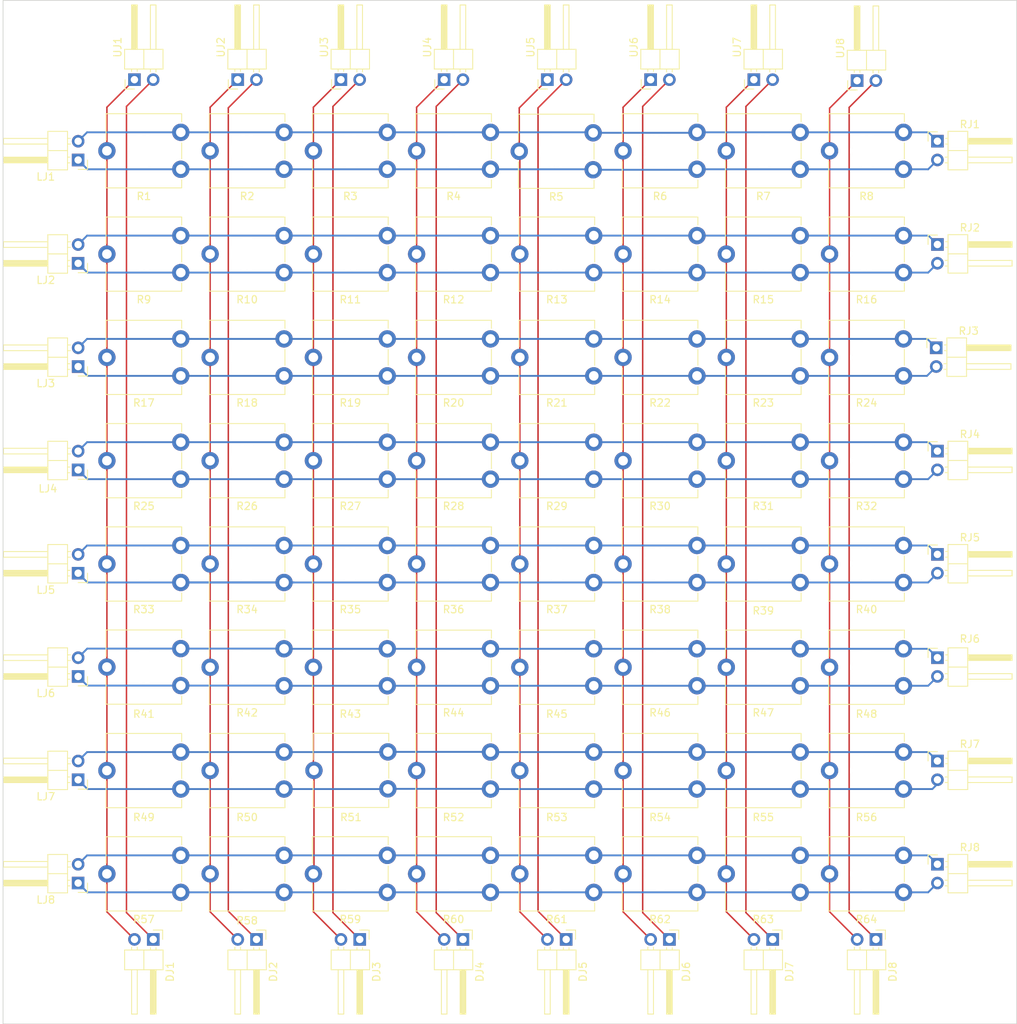
<source format=kicad_pcb>
(kicad_pcb (version 20211014) (generator pcbnew)
  (layers (0 "F.Cu" signal) (31 "B.Cu" signal) (34 "B.Paste" user) (35 "F.Paste" user) (36 "B.SilkS" user "B.Silkscreen") (37 "F.SilkS" user "F.Silkscreen") (38 "B.Mask" user) (39 "F.Mask" user) (44 "Edge.Cuts" user))
  (net 0 "")
  (net 1 "RN1")
  (net 2 "UP1")
  (net 3 "LP1")
  (net 4 "UP2")
  (net 5 "UP3")
  (net 6 "UP4")
  (net 7 "UP5")
  (net 8 "UP6")
  (net 9 "UP7")
  (net 10 "UP8")
  (net 11 "RN2")
  (net 12 "LP2")
  (net 13 "RN3")
  (net 14 "LP3")
  (net 15 "RN4")
  (net 16 "LP4")
  (net 17 "RN5")
  (net 18 "LP5")
  (net 19 "RN6")
  (net 20 "LP6")
  (net 21 "RN7")
  (net 22 "LP7")
  (net 23 "RN8")
  (net 24 "LP8")
  (net 25 "UN1")
  (net 26 "UN2")
  (net 27 "UN3")
  (net 28 "UN4")
  (net 29 "UN5")
  (net 30 "UN6")
  (net 31 "UN7")
  (net 32 "UN8")
  (footprint "Connector_PinHeader_2.54mm:PinHeader_1x02_P2.54mm_Horizontal" (layer "F.Cu") (at 99.055 38.665 90)
    (fp_text reference "UJ4")
    (fp_text value "Jack-DC")
  )
  (footprint "Potentiometer_THT:Potentiometer_ACP_CA9-V10_Vertical_Hole" (layer "F.Cu") (at 105.33 101.665 180)
    (fp_text reference "R36")
    (fp_text value "R_Potentiometer_Trim")
  )
  (footprint "Potentiometer_THT:Potentiometer_ACP_CA9-V10_Vertical_Hole" (layer "F.Cu") (at 105.33 129.605 180)
    (fp_text reference "R52")
    (fp_text value "R_Potentiometer_Trim")
  )
  (footprint "Potentiometer_THT:Potentiometer_ACP_CA9-V10_Vertical_Hole" (layer "F.Cu") (at 105.33 59.755 180)
    (fp_text reference "R12")
    (fp_text value "R_Potentiometer_Trim")
  )
  (footprint "Potentiometer_THT:Potentiometer_ACP_CA9-V10_Vertical_Hole" (layer "F.Cu") (at 119.3 73.725 180)
    (fp_text reference "R21")
    (fp_text value "R_Potentiometer_Trim")
  )
  (footprint "Potentiometer_THT:Potentiometer_ACP_CA9-V10_Vertical_Hole" (layer "F.Cu") (at 77.39 73.725 180)
    (fp_text reference "R18")
    (fp_text value "R_Potentiometer_Trim")
  )
  (footprint "Potentiometer_THT:Potentiometer_ACP_CA9-V10_Vertical_Hole" (layer "F.Cu") (at 77.39 143.575 180)
    (fp_text reference "R58")
    (fp_text value "R_Potentiometer_Trim")
  )
  (footprint "Potentiometer_THT:Potentiometer_ACP_CA9-V10_Vertical_Hole" (layer "F.Cu") (at 119.3 101.665 180)
    (fp_text reference "R37")
    (fp_text value "R_Potentiometer_Trim")
  )
  (footprint "Potentiometer_THT:Potentiometer_ACP_CA9-V10_Vertical_Hole" (layer "F.Cu") (at 77.39 101.665 180)
    (fp_text reference "R34")
    (fp_text value "R_Potentiometer_Trim")
  )
  (footprint "Potentiometer_THT:Potentiometer_ACP_CA9-V10_Vertical_Hole" (layer "F.Cu") (at 119.3 129.605 180)
    (fp_text reference "R53")
    (fp_text value "R_Potentiometer_Trim")
  )
  (footprint "Potentiometer_THT:Potentiometer_ACP_CA9-V10_Vertical_Hole" (layer "F.Cu") (at 77.39 115.635 180)
    (fp_text reference "R42")
    (fp_text value "R_Potentiometer_Trim")
  )
  (footprint "Potentiometer_THT:Potentiometer_ACP_CA9-V10_Vertical_Hole" (layer "F.Cu") (at 119.3 87.695 180)
    (fp_text reference "R29")
    (fp_text value "R_Potentiometer_Trim")
  )
  (footprint "Connector_PinHeader_2.54mm:PinHeader_1x02_P2.54mm_Horizontal" (layer "F.Cu") (at 49.53 119.38 180)
    (fp_text reference "LJ6")
    (fp_text value "Jack-DC")
  )
  (footprint "Potentiometer_THT:Potentiometer_ACP_CA9-V10_Vertical_Hole" (layer "F.Cu") (at 105.33 73.725 180)
    (fp_text reference "R20")
    (fp_text value "R_Potentiometer_Trim")
  )
  (footprint "Potentiometer_THT:Potentiometer_ACP_CA9-V10_Vertical_Hole" (layer "F.Cu") (at 147.24 115.635 180)
    (fp_text reference "R47")
    (fp_text value "R_Potentiometer_Trim")
  )
  (footprint "Potentiometer_THT:Potentiometer_ACP_CA9-V10_Vertical_Hole" (layer "F.Cu") (at 133.27 73.725 180)
    (fp_text reference "R22")
    (fp_text value "R_Potentiometer_Trim")
  )
  (footprint "Potentiometer_THT:Potentiometer_ACP_CA9-V10_Vertical_Hole" (layer "F.Cu") (at 105.33 45.785 180)
    (fp_text reference "R4")
    (fp_text value "R_Potentiometer_Trim")
  )
  (footprint "Connector_PinHeader_2.54mm:PinHeader_1x02_P2.54mm_Horizontal" (layer "F.Cu") (at 49.53 91.44 180)
    (fp_text reference "LJ4")
    (fp_text value "Jack-DC")
  )
  (footprint "Connector_PinHeader_2.54mm:PinHeader_1x02_P2.54mm_Horizontal" (layer "F.Cu") (at 129.54 154.94 -90)
    (fp_text reference "DJ6")
    (fp_text value "Jack-DC")
  )
  (footprint "Potentiometer_THT:Potentiometer_ACP_CA9-V10_Vertical_Hole" (layer "F.Cu") (at 63.42 73.725 180)
    (fp_text reference "R17")
    (fp_text value "R_Potentiometer_Trim")
  )
  (footprint "Potentiometer_THT:Potentiometer_ACP_CA9-V10_Vertical_Hole" (layer "F.Cu") (at 105.33 143.575 180)
    (fp_text reference "R60")
    (fp_text value "R_Potentiometer_Trim")
  )
  (footprint "Potentiometer_THT:Potentiometer_ACP_CA9-V10_Vertical_Hole" (layer "F.Cu") (at 147.24 59.755 180)
    (fp_text reference "R15")
    (fp_text value "R_Potentiometer_Trim")
  )
  (footprint "Potentiometer_THT:Potentiometer_ACP_CA9-V10_Vertical_Hole" (layer "F.Cu") (at 91.44 129.58 180)
    (fp_text reference "R51")
    (fp_text value "R_Potentiometer_Trim")
  )
  (footprint "Connector_PinHeader_2.54mm:PinHeader_1x02_P2.54mm_Horizontal" (layer "F.Cu") (at 115.57 154.94 -90)
    (fp_text reference "DJ5")
    (fp_text value "Jack-DC")
  )
  (footprint "Connector_PinHeader_2.54mm:PinHeader_1x02_P2.54mm_Horizontal" (layer "F.Cu") (at 143.51 154.94 -90)
    (fp_text reference "DJ7")
    (fp_text value "Jack-DC")
  )
  (footprint "Connector_PinHeader_2.54mm:PinHeader_1x02_P2.54mm_Horizontal" (layer "F.Cu") (at 49.53 77.47 180)
    (fp_text reference "LJ3")
    (fp_text value "Jack-DC")
  )
  (footprint "Connector_PinHeader_2.54mm:PinHeader_1x02_P2.54mm_Horizontal" (layer "F.Cu") (at 49.53 63.505 180)
    (fp_text reference "LJ2")
    (fp_text value "Jack-DC")
  )
  (footprint "Connector_PinHeader_2.54mm:PinHeader_1x02_P2.54mm_Horizontal" (layer "F.Cu") (at 87.635 154.94 -90)
    (fp_text reference "DJ3")
    (fp_text value "Jack-DC")
  )
  (footprint "Potentiometer_THT:Potentiometer_ACP_CA9-V10_Vertical_Hole" (layer "F.Cu") (at 147.24 73.725 180)
    (fp_text reference "R23")
    (fp_text value "R_Potentiometer_Trim")
  )
  (footprint "Potentiometer_THT:Potentiometer_ACP_CA9-V10_Vertical_Hole" (layer "F.Cu") (at 161.21 87.695 180)
    (fp_text reference "R32")
    (fp_text value "R_Potentiometer_Trim")
  )
  (footprint "Connector_PinHeader_2.54mm:PinHeader_1x02_P2.54mm_Horizontal" (layer "F.Cu") (at 140.965 38.665 90)
    (fp_text reference "UJ7")
    (fp_text value "Jack-DC")
  )
  (footprint "Potentiometer_THT:Potentiometer_ACP_CA9-V10_Vertical_Hole" (layer "F.Cu") (at 91.36 115.635 180)
    (fp_text reference "R43")
    (fp_text value "R_Potentiometer_Trim")
  )
  (footprint "Potentiometer_THT:Potentiometer_ACP_CA9-V10_Vertical_Hole" (layer "F.Cu") (at 63.42 87.695 180)
    (fp_text reference "R25")
    (fp_text value "R_Potentiometer_Trim")
  )
  (footprint "Potentiometer_THT:Potentiometer_ACP_CA9-V10_Vertical_Hole" (layer "F.Cu") (at 133.27 59.755 180)
    (fp_text reference "R14")
    (fp_text value "R_Potentiometer_Trim")
  )
  (footprint "Potentiometer_THT:Potentiometer_ACP_CA9-V10_Vertical_Hole" (layer "F.Cu") (at 147.24 87.695 180)
    (fp_text reference "R31")
    (fp_text value "R_Potentiometer_Trim")
  )
  (footprint "Potentiometer_THT:Potentiometer_ACP_CA9-V10_Vertical_Hole" (layer "F.Cu") (at 133.27 129.605 180)
    (fp_text reference "R54")
    (fp_text value "R_Potentiometer_Trim")
  )
  (footprint "Potentiometer_THT:Potentiometer_ACP_CA9-V10_Vertical_Hole" (layer "F.Cu") (at 133.27 115.635 180)
    (fp_text reference "R46")
    (fp_text value "R_Potentiometer_Trim")
  )
  (footprint "Potentiometer_THT:Potentiometer_ACP_CA9-V10_Vertical_Hole" (layer "F.Cu") (at 147.24 45.785 180)
    (fp_text reference "R7")
    (fp_text value "R_Potentiometer_Trim")
  )
  (footprint "Potentiometer_THT:Potentiometer_ACP_CA9-V10_Vertical_Hole" (layer "F.Cu") (at 77.39 87.695 180)
    (fp_text reference "R26")
    (fp_text value "R_Potentiometer_Trim")
  )
  (footprint "Potentiometer_THT:Potentiometer_ACP_CA9-V10_Vertical_Hole" (layer "F.Cu") (at 105.33 87.695 180)
    (fp_text reference "R28")
    (fp_text value "R_Potentiometer_Trim")
  )
  (footprint "Potentiometer_THT:Potentiometer_ACP_CA9-V10_Vertical_Hole" (layer "F.Cu") (at 63.42 59.755 180)
    (fp_text reference "R9")
    (fp_text value "R_Potentiometer_Trim")
  )
  (footprint "Potentiometer_THT:Potentiometer_ACP_CA9-V10_Vertical_Hole" (layer "F.Cu") (at 119.22 45.85 180)
    (fp_text reference "R5")
    (fp_text value "R_Potentiometer_Trim")
  )
  (footprint "Potentiometer_THT:Potentiometer_ACP_CA9-V10_Vertical_Hole" (layer "F.Cu") (at 63.42 143.575 180)
    (fp_text reference "R57")
    (fp_text value "R_Potentiometer_Trim")
  )
  (footprint "Potentiometer_THT:Potentiometer_ACP_CA9-V10_Vertical_Hole" (layer "F.Cu") (at 119.3 115.635 180)
    (fp_text reference "R45")
    (fp_text value "R_Potentiometer_Trim")
  )
  (footprint "Potentiometer_THT:Potentiometer_ACP_CA9-V10_Vertical_Hole" (layer "F.Cu") (at 91.36 101.665 180)
    (fp_text reference "R35")
    (fp_text value "R_Potentiometer_Trim")
  )
  (footprint "Potentiometer_THT:Potentiometer_ACP_CA9-V10_Vertical_Hole" (layer "F.Cu") (at 133.27 45.785 180)
    (fp_text reference "R6")
    (fp_text value "R_Potentiometer_Trim")
  )
  (footprint "Connector_PinHeader_2.54mm:PinHeader_1x02_P2.54mm_Horizontal" (layer "F.Cu") (at 49.53 105.41 180)
    (fp_text reference "LJ5")
    (fp_text value "Jack-DC")
  )
  (footprint "Connector_PinHeader_2.54mm:PinHeader_1x02_P2.54mm_Horizontal" (layer "F.Cu") (at 73.665 154.94 -90)
    (fp_text reference "DJ2")
    (fp_text value "Jack-DC")
  )
  (footprint "Connector_PinHeader_2.54mm:PinHeader_1x02_P2.54mm_Horizontal" (layer "F.Cu") (at 165.805 88.895)
    (fp_text reference "RJ4")
    (fp_text value "Jack-DC")
  )
  (footprint "Connector_PinHeader_2.54mm:PinHeader_1x02_P2.54mm_Horizontal" (layer "F.Cu") (at 49.53 133.35 180)
    (fp_text reference "LJ7")
    (fp_text value "Jack-DC")
  )
  (footprint "Potentiometer_THT:Potentiometer_ACP_CA9-V10_Vertical_Hole" (layer "F.Cu") (at 91.36 143.575 180)
    (fp_text reference "R59")
    (fp_text value "R_Potentiometer_Trim")
  )
  (footprint "Potentiometer_THT:Potentiometer_ACP_CA9-V10_Vertical_Hole" (layer "F.Cu") (at 161.21 143.575 180)
    (fp_text reference "R64")
    (fp_text value "R_Potentiometer_Trim")
  )
  (footprint "Potentiometer_THT:Potentiometer_ACP_CA9-V10_Vertical_Hole" (layer "F.Cu") (at 63.42 129.605 180)
    (fp_text reference "R49")
    (fp_text value "R_Potentiometer_Trim")
  )
  (footprint "Potentiometer_THT:Potentiometer_ACP_CA9-V10_Vertical_Hole" (layer "F.Cu") (at 63.42 45.785 180)
    (fp_text reference "R1")
    (fp_text value "R_Potentiometer_Trim")
  )
  (footprint "Potentiometer_THT:Potentiometer_ACP_CA9-V10_Vertical_Hole" (layer "F.Cu") (at 161.21 45.785 180)
    (fp_text reference "R8")
    (fp_text value "R_Potentiometer_Trim")
  )
  (footprint "Connector_PinHeader_2.54mm:PinHeader_1x02_P2.54mm_Horizontal" (layer "F.Cu") (at 165.805 46.985)
    (fp_text reference "RJ1")
    (fp_text value "Jack-DC")
  )
  (footprint "Connector_PinHeader_2.54mm:PinHeader_1x02_P2.54mm_Horizontal" (layer "F.Cu") (at 165.805 116.835)
    (fp_text reference "RJ6")
    (fp_text value "Jack-DC")
  )
  (footprint "Connector_PinHeader_2.54mm:PinHeader_1x02_P2.54mm_Horizontal" (layer "F.Cu") (at 165.805 144.775)
    (fp_text reference "RJ8")
    (fp_text value "Jack-DC")
  )
  (footprint "Potentiometer_THT:Potentiometer_ACP_CA9-V10_Vertical_Hole" (layer "F.Cu") (at 133.27 87.695 180)
    (fp_text reference "R30")
    (fp_text value "R_Potentiometer_Trim")
  )
  (footprint "Connector_PinHeader_2.54mm:PinHeader_1x02_P2.54mm_Horizontal" (layer "F.Cu") (at 59.69 154.94 -90)
    (fp_text reference "DJ1")
    (fp_text value "Jack-DC")
  )
  (footprint "Potentiometer_THT:Potentiometer_ACP_CA9-V10_Vertical_Hole" (layer "F.Cu") (at 147.24 101.665 180)
    (fp_text reference "R39")
    (fp_text value "R_Potentiometer_Trim")
  )
  (footprint "Potentiometer_THT:Potentiometer_ACP_CA9-V10_Vertical_Hole" (layer "F.Cu") (at 161.21 59.755 180)
    (fp_text reference "R16")
    (fp_text value "R_Potentiometer_Trim")
  )
  (footprint "Connector_PinHeader_2.54mm:PinHeader_1x02_P2.54mm_Horizontal" (layer "F.Cu") (at 154.935 38.795 90)
    (fp_text reference "UJ8")
    (fp_text value "Jack-DC")
  )
  (footprint "Potentiometer_THT:Potentiometer_ACP_CA9-V10_Vertical_Hole" (layer "F.Cu") (at 161.21 101.665 180)
    (fp_text reference "R40")
    (fp_text value "R_Potentiometer_Trim")
  )
  (footprint "Connector_PinHeader_2.54mm:PinHeader_1x02_P2.54mm_Horizontal" (layer "F.Cu") (at 49.53 147.32 180)
    (fp_text reference "LJ8")
    (fp_text value "Jack-DC")
  )
  (footprint "Potentiometer_THT:Potentiometer_ACP_CA9-V10_Vertical_Hole" (layer "F.Cu") (at 91.36 59.755 180)
    (fp_text reference "R11")
    (fp_text value "R_Potentiometer_Trim")
  )
  (footprint "Potentiometer_THT:Potentiometer_ACP_CA9-V10_Vertical_Hole" (layer "F.Cu") (at 161.21 73.725 180)
    (fp_text reference "R24")
    (fp_text value "R_Potentiometer_Trim")
  )
  (footprint "Potentiometer_THT:Potentiometer_ACP_CA9-V10_Vertical_Hole" (layer "F.Cu") (at 133.27 101.665 180)
    (fp_text reference "R38")
    (fp_text value "R_Potentiometer_Trim")
  )
  (footprint "Potentiometer_THT:Potentiometer_ACP_CA9-V10_Vertical_Hole" (layer "F.Cu") (at 63.42 115.61 180)
    (fp_text reference "R41")
    (fp_text value "R_Potentiometer_Trim")
  )
  (footprint "Connector_PinHeader_2.54mm:PinHeader_1x02_P2.54mm_Horizontal" (layer "F.Cu") (at 71.115 38.665 90)
    (fp_text reference "UJ2")
    (fp_text value "Jack-DC")
  )
  (footprint "Connector_PinHeader_2.54mm:PinHeader_1x02_P2.54mm_Horizontal" (layer "F.Cu") (at 165.805 102.865)
    (fp_text reference "RJ5")
    (fp_text value "Jack-DC")
  )
  (footprint "Connector_PinHeader_2.54mm:PinHeader_1x02_P2.54mm_Horizontal" (layer "F.Cu") (at 85.085 38.665 90)
    (fp_text reference "UJ3")
    (fp_text value "Jack-DC")
  )
  (footprint "Potentiometer_THT:Potentiometer_ACP_CA9-V10_Vertical_Hole" (layer "F.Cu") (at 105.33 115.635 180)
    (fp_text reference "R44")
    (fp_text value "R_Potentiometer_Trim")
  )
  (footprint "Connector_PinHeader_2.54mm:PinHeader_1x02_P2.54mm_Horizontal" (layer "F.Cu") (at 49.53 49.53 180)
    (fp_text reference "LJ1")
    (fp_text value "Jack-DC")
  )
  (footprint "Potentiometer_THT:Potentiometer_ACP_CA9-V10_Vertical_Hole" (layer "F.Cu") (at 161.21 115.635 180)
    (fp_text reference "R48")
    (fp_text value "R_Potentiometer_Trim")
  )
  (footprint "Potentiometer_THT:Potentiometer_ACP_CA9-V10_Vertical_Hole" (layer "F.Cu") (at 91.36 45.785 180)
    (fp_text reference "R3")
    (fp_text value "R_Potentiometer_Trim")
  )
  (footprint "Potentiometer_THT:Potentiometer_ACP_CA9-V10_Vertical_Hole" (layer "F.Cu") (at 119.3 59.755 180)
    (fp_text reference "R13")
    (fp_text value "R_Potentiometer_Trim")
  )
  (footprint "Connector_PinHeader_2.54mm:PinHeader_1x02_P2.54mm_Horizontal" (layer "F.Cu") (at 165.645 74.925)
    (fp_text reference "RJ3")
    (fp_text value "Jack-DC")
  )
  (footprint "Connector_PinHeader_2.54mm:PinHeader_1x02_P2.54mm_Horizontal" (layer "F.Cu") (at 157.485 154.94 -90)
    (fp_text reference "DJ8")
    (fp_text value "Jack-DC")
  )
  (footprint "Potentiometer_THT:Potentiometer_ACP_CA9-V10_Vertical_Hole" (layer "F.Cu") (at 77.39 45.785 180)
    (fp_text reference "R2")
    (fp_text value "R_Potentiometer_Trim")
  )
  (footprint "Connector_PinHeader_2.54mm:PinHeader_1x02_P2.54mm_Horizontal" (layer "F.Cu") (at 165.805 60.955)
    (fp_text reference "RJ2")
    (fp_text value "Jack-DC")
  )
  (footprint "Potentiometer_THT:Potentiometer_ACP_CA9-V10_Vertical_Hole" (layer "F.Cu") (at 77.39 59.755 180)
    (fp_text reference "R10")
    (fp_text value "R_Potentiometer_Trim")
  )
  (footprint "Potentiometer_THT:Potentiometer_ACP_CA9-V10_Vertical_Hole" (layer "F.Cu") (at 91.36 87.695 180)
    (fp_text reference "R27")
    (fp_text value "R_Potentiometer_Trim")
  )
  (footprint "Connector_PinHeader_2.54mm:PinHeader_1x02_P2.54mm_Horizontal" (layer "F.Cu") (at 113.025 38.665 90)
    (fp_text reference "UJ5")
    (fp_text value "Jack-DC")
  )
  (footprint "Connector_PinHeader_2.54mm:PinHeader_1x02_P2.54mm_Horizontal" (layer "F.Cu") (at 101.6 154.94 -90)
    (fp_text reference "DJ4")
    (fp_text value "Jack-DC")
  )
  (footprint "Potentiometer_THT:Potentiometer_ACP_CA9-V10_Vertical_Hole" (layer "F.Cu") (at 119.3 143.575 180)
    (fp_text reference "R61")
    (fp_text value "R_Potentiometer_Trim")
  )
  (footprint "Connector_PinHeader_2.54mm:PinHeader_1x02_P2.54mm_Horizontal" (layer "F.Cu") (at 57.145 38.665 90)
    (fp_text reference "UJ1")
    (fp_text value "Jack-DC")
  )
  (footprint "Potentiometer_THT:Potentiometer_ACP_CA9-V10_Vertical_Hole" (layer "F.Cu") (at 147.24 143.575 180)
    (fp_text reference "R63")
    (fp_text value "R_Potentiometer_Trim")
  )
  (footprint "Potentiometer_THT:Potentiometer_ACP_CA9-V10_Vertical_Hole" (layer "F.Cu") (at 161.21 129.605 180)
    (fp_text reference "R56")
    (fp_text value "R_Potentiometer_Trim")
  )
  (footprint "Potentiometer_THT:Potentiometer_ACP_CA9-V10_Vertical_Hole" (layer "F.Cu") (at 133.27 143.575 180)
    (fp_text reference "R62")
    (fp_text value "R_Potentiometer_Trim")
  )
  (footprint "Potentiometer_THT:Potentiometer_ACP_CA9-V10_Vertical_Hole" (layer "F.Cu") (at 63.42 101.665 180)
    (fp_text reference "R33")
    (fp_text value "R_Potentiometer_Trim")
  )
  (footprint "Connector_PinHeader_2.54mm:PinHeader_1x02_P2.54mm_Horizontal" (layer "F.Cu") (at 126.995 38.665 90)
    (fp_text reference "UJ6")
    (fp_text value "Jack-DC")
  )
  (footprint "Potentiometer_THT:Potentiometer_ACP_CA9-V10_Vertical_Hole" (layer "F.Cu") (at 77.39 129.605 180)
    (fp_text reference "R50")
    (fp_text value "R_Potentiometer_Trim")
  )
  (footprint "Potentiometer_THT:Potentiometer_ACP_CA9-V10_Vertical_Hole" (layer "F.Cu") (at 147.24 129.605 180)
    (fp_text reference "R55")
    (fp_text value "R_Potentiometer_Trim")
  )
  (footprint "Connector_PinHeader_2.54mm:PinHeader_1x02_P2.54mm_Horizontal" (layer "F.Cu") (at 165.805 130.805)
    (fp_text reference "RJ7")
    (fp_text value "Jack-DC")
  )
  (footprint "Potentiometer_THT:Potentiometer_ACP_CA9-V10_Vertical_Hole" (layer "F.Cu") (at 91.36 73.725 180)
    (fp_text reference "R19")
    (fp_text value "R_Potentiometer_Trim")
  )
  (gr_rect (start 39.37 27.94) (end 176.53 166.37) (layer "Edge.Cuts") (width 0.1) (fill none))
  (segment (start 63.42 45.785) (end 77.39 45.785) (width 0.25) (layer "B.Cu") (net 1))
  (segment (start 133.27 45.785) (end 147.24 45.785) (width 0.25) (layer "B.Cu") (net 1))
  (segment (start 147.24 45.785) (end 161.21 45.785) (width 0.25) (layer "B.Cu") (net 1))
  (segment (start 105.33 45.785) (end 119.155 45.785) (width 0.25) (layer "B.Cu") (net 1))
  (segment (start 119.155 45.785) (end 119.22 45.85) (width 0.25) (layer "B.Cu") (net 1))
  (segment (start 133.205 45.85) (end 133.27 45.785) (width 0.25) (layer "B.Cu") (net 1))
  (segment (start 49.53 46.99) (end 50.735 45.785) (width 0.25) (layer "B.Cu") (net 1))
  (segment (start 50.735 45.785) (end 63.42 45.785) (width 0.25) (layer "B.Cu") (net 1))
  (segment (start 91.36 45.785) (end 105.33 45.785) (width 0.25) (layer "B.Cu") (net 1))
  (segment (start 161.21 45.785) (end 164.6 45.785) (width 0.25) (layer "B.Cu") (net 1))
  (segment (start 77.39 45.785) (end 91.36 45.785) (width 0.25) (layer "B.Cu") (net 1))
  (segment (start 164.6 45.785) (end 165.805 46.99) (width 0.25) (layer "B.Cu") (net 1))
  (segment (start 119.22 45.85) (end 133.205 45.85) (width 0.25) (layer "B.Cu") (net 1))
  (segment (start 53.42 42.395) (end 57.15 38.665) (width 0.2) (layer "F.Cu") (net 2))
  (segment (start 53.42 132.105) (end 53.42 146.075) (width 0.2) (layer "F.Cu") (net 2))
  (segment (start 53.42 48.285) (end 53.42 62.255) (width 0.2) (layer "F.Cu") (net 2))
  (segment (start 57.15 154.94) (end 53.42 151.21) (width 0.2) (layer "F.Cu") (net 2))
  (segment (start 53.42 118.11) (end 53.42 132.105) (width 0.2) (layer "F.Cu") (net 2))
  (segment (start 53.42 118.11) (end 53.42 104.165) (width 0.2) (layer "F.Cu") (net 2))
  (segment (start 53.42 48.285) (end 53.42 42.395) (width 0.2) (layer "F.Cu") (net 2))
  (segment (start 53.42 90.195) (end 53.42 76.225) (width 0.2) (layer "F.Cu") (net 2))
  (segment (start 53.42 76.225) (end 53.42 62.255) (width 0.2) (layer "F.Cu") (net 2))
  (segment (start 53.42 104.165) (end 53.42 90.195) (width 0.2) (layer "F.Cu") (net 2))
  (segment (start 53.42 151.21) (end 53.42 146.075) (width 0.2) (layer "F.Cu") (net 2))
  (segment (start 91.36 50.785) (end 105.33 50.785) (width 0.25) (layer "B.Cu") (net 3))
  (segment (start 50.785 50.785) (end 63.42 50.785) (width 0.25) (layer "B.Cu") (net 3))
  (segment (start 133.27 50.785) (end 147.24 50.785) (width 0.25) (layer "B.Cu") (net 3))
  (segment (start 164.55 50.785) (end 165.805 49.53) (width 0.25) (layer "B.Cu") (net 3))
  (segment (start 105.33 50.785) (end 119.155 50.785) (width 0.25) (layer "B.Cu") (net 3))
  (segment (start 161.21 50.785) (end 164.55 50.785) (width 0.25) (layer "B.Cu") (net 3))
  (segment (start 119.155 50.785) (end 119.22 50.85) (width 0.25) (layer "B.Cu") (net 3))
  (segment (start 119.22 50.85) (end 133.205 50.85) (width 0.25) (layer "B.Cu") (net 3))
  (segment (start 133.205 50.85) (end 133.27 50.785) (width 0.25) (layer "B.Cu") (net 3))
  (segment (start 63.42 50.785) (end 77.39 50.785) (width 0.25) (layer "B.Cu") (net 3))
  (segment (start 147.24 50.785) (end 161.21 50.785) (width 0.25) (layer "B.Cu") (net 3))
  (segment (start 77.39 50.785) (end 91.36 50.785) (width 0.25) (layer "B.Cu") (net 3))
  (segment (start 49.53 49.53) (end 50.785 50.785) (width 0.25) (layer "B.Cu") (net 3))
  (segment (start 67.39 146.075) (end 67.39 132.105) (width 0.2) (layer "F.Cu") (net 4))
  (segment (start 67.39 118.135) (end 67.39 104.165) (width 0.2) (layer "F.Cu") (net 4))
  (segment (start 67.39 48.285) (end 67.39 42.395) (width 0.2) (layer "F.Cu") (net 4))
  (segment (start 67.39 90.195) (end 67.39 76.225) (width 0.2) (layer "F.Cu") (net 4))
  (segment (start 67.39 48.285) (end 67.39 62.255) (width 0.2) (layer "F.Cu") (net 4))
  (segment (start 67.39 62.255) (end 67.39 76.225) (width 0.2) (layer "F.Cu") (net 4))
  (segment (start 67.39 146.075) (end 67.39 151.205) (width 0.2) (layer "F.Cu") (net 4))
  (segment (start 67.39 104.165) (end 67.39 90.195) (width 0.2) (layer "F.Cu") (net 4))
  (segment (start 67.39 132.105) (end 67.39 118.135) (width 0.2) (layer "F.Cu") (net 4))
  (segment (start 67.39 42.395) (end 71.12 38.665) (width 0.2) (layer "F.Cu") (net 4))
  (segment (start 67.39 151.205) (end 71.125 154.94) (width 0.2) (layer "F.Cu") (net 4))
  (segment (start 81.36 104.165) (end 81.36 118.135) (width 0.2) (layer "F.Cu") (net 5))
  (segment (start 81.44 145.995) (end 81.36 146.075) (width 0.2) (layer "F.Cu") (net 5))
  (segment (start 81.36 90.195) (end 81.36 104.165) (width 0.2) (layer "F.Cu") (net 5))
  (segment (start 81.44 132.08) (end 81.44 145.995) (width 0.2) (layer "F.Cu") (net 5))
  (segment (start 81.36 62.255) (end 81.36 76.225) (width 0.2) (layer "F.Cu") (net 5))
  (segment (start 81.36 48.285) (end 81.36 42.395) (width 0.2) (layer "F.Cu") (net 5))
  (segment (start 81.36 146.075) (end 81.36 151.205) (width 0.2) (layer "F.Cu") (net 5))
  (segment (start 81.36 48.285) (end 81.36 62.255) (width 0.2) (layer "F.Cu") (net 5))
  (segment (start 81.36 132) (end 81.44 132.08) (width 0.2) (layer "F.Cu") (net 5))
  (segment (start 81.36 151.205) (end 85.095 154.94) (width 0.2) (layer "F.Cu") (net 5))
  (segment (start 81.36 42.395) (end 85.09 38.665) (width 0.2) (layer "F.Cu") (net 5))
  (segment (start 81.36 118.135) (end 81.36 132) (width 0.2) (layer "F.Cu") (net 5))
  (segment (start 81.36 76.225) (end 81.36 90.195) (width 0.2) (layer "F.Cu") (net 5))
  (segment (start 95.33 132.105) (end 95.33 118.135) (width 0.2) (layer "F.Cu") (net 6))
  (segment (start 95.33 62.255) (end 95.33 48.285) (width 0.2) (layer "F.Cu") (net 6))
  (segment (start 95.33 76.225) (end 95.33 62.255) (width 0.2) (layer "F.Cu") (net 6))
  (segment (start 95.33 151.21) (end 99.06 154.94) (width 0.2) (layer "F.Cu") (net 6))
  (segment (start 95.33 146.075) (end 95.33 151.21) (width 0.2) (layer "F.Cu") (net 6))
  (segment (start 95.33 42.395) (end 99.06 38.665) (width 0.2) (layer "F.Cu") (net 6))
  (segment (start 95.33 90.195) (end 95.33 104.165) (width 0.2) (layer "F.Cu") (net 6))
  (segment (start 95.33 118.135) (end 95.33 104.165) (width 0.2) (layer "F.Cu") (net 6))
  (segment (start 95.33 48.285) (end 95.33 42.395) (width 0.2) (layer "F.Cu") (net 6))
  (segment (start 95.33 90.195) (end 95.33 76.225) (width 0.2) (layer "F.Cu") (net 6))
  (segment (start 95.33 146.075) (end 95.33 132.105) (width 0.2) (layer "F.Cu") (net 6))
  (segment (start 109.3 48.43) (end 109.22 48.35) (width 0.2) (layer "F.Cu") (net 7))
  (segment (start 109.22 42.48) (end 113.035 38.665) (width 0.2) (layer "F.Cu") (net 7))
  (segment (start 109.3 62.255) (end 109.3 76.225) (width 0.2) (layer "F.Cu") (net 7))
  (segment (start 109.3 146.075) (end 109.3 151.21) (width 0.2) (layer "F.Cu") (net 7))
  (segment (start 109.3 62.255) (end 109.3 48.43) (width 0.2) (layer "F.Cu") (net 7))
  (segment (start 109.3 151.21) (end 113.03 154.94) (width 0.2) (layer "F.Cu") (net 7))
  (segment (start 109.3 132.105) (end 109.3 146.075) (width 0.2) (layer "F.Cu") (net 7))
  (segment (start 109.3 90.195) (end 109.3 76.225) (width 0.2) (layer "F.Cu") (net 7))
  (segment (start 109.3 118.135) (end 109.3 132.105) (width 0.2) (layer "F.Cu") (net 7))
  (segment (start 109.3 104.165) (end 109.3 118.135) (width 0.2) (layer "F.Cu") (net 7))
  (segment (start 109.3 104.165) (end 109.3 90.195) (width 0.2) (layer "F.Cu") (net 7))
  (segment (start 109.22 48.35) (end 109.22 42.48) (width 0.2) (layer "F.Cu") (net 7))
  (segment (start 123.27 104.165) (end 123.27 118.135) (width 0.2) (layer "F.Cu") (net 8))
  (segment (start 123.27 48.285) (end 123.27 62.255) (width 0.2) (layer "F.Cu") (net 8))
  (segment (start 123.27 90.195) (end 123.27 104.165) (width 0.2) (layer "F.Cu") (net 8))
  (segment (start 123.27 118.135) (end 123.27 132.105) (width 0.2) (layer "F.Cu") (net 8))
  (segment (start 123.27 146.075) (end 123.27 151.21) (width 0.2) (layer "F.Cu") (net 8))
  (segment (start 123.27 42.395) (end 127 38.665) (width 0.2) (layer "F.Cu") (net 8))
  (segment (start 123.27 151.21) (end 127 154.94) (width 0.2) (layer "F.Cu") (net 8))
  (segment (start 123.27 146.075) (end 123.27 132.105) (width 0.2) (layer "F.Cu") (net 8))
  (segment (start 123.27 48.285) (end 123.27 42.395) (width 0.2) (layer "F.Cu") (net 8))
  (segment (start 123.27 62.255) (end 123.27 76.225) (width 0.2) (layer "F.Cu") (net 8))
  (segment (start 123.27 76.225) (end 123.27 90.195) (width 0.2) (layer "F.Cu") (net 8))
  (segment (start 137.24 104.165) (end 137.24 118.135) (width 0.2) (layer "F.Cu") (net 9))
  (segment (start 137.24 76.225) (end 137.24 62.255) (width 0.2) (layer "F.Cu") (net 9))
  (segment (start 137.24 48.285) (end 137.24 42.395) (width 0.2) (layer "F.Cu") (net 9))
  (segment (start 137.24 132.105) (end 137.24 146.075) (width 0.2) (layer "F.Cu") (net 9))
  (segment (start 137.24 90.195) (end 137.24 76.225) (width 0.2) (layer "F.Cu") (net 9))
  (segment (start 137.24 118.135) (end 137.24 132.105) (width 0.2) (layer "F.Cu") (net 9))
  (segment (start 137.24 42.395) (end 140.97 38.665) (width 0.2) (layer "F.Cu") (net 9))
  (segment (start 137.24 151.21) (end 140.97 154.94) (width 0.2) (layer "F.Cu") (net 9))
  (segment (start 137.24 146.075) (end 137.24 151.21) (width 0.2) (layer "F.Cu") (net 9))
  (segment (start 137.24 48.285) (end 137.24 62.255) (width 0.2) (layer "F.Cu") (net 9))
  (segment (start 137.24 104.165) (end 137.24 90.195) (width 0.2) (layer "F.Cu") (net 9))
  (segment (start 151.21 151.205) (end 154.945 154.94) (width 0.2) (layer "F.Cu") (net 10))
  (segment (start 151.21 118.135) (end 151.21 104.165) (width 0.2) (layer "F.Cu") (net 10))
  (segment (start 151.21 62.255) (end 151.21 76.225) (width 0.2) (layer "F.Cu") (net 10))
  (segment (start 151.21 146.075) (end 151.21 132.105) (width 0.2) (layer "F.Cu") (net 10))
  (segment (start 151.21 146.075) (end 151.21 151.205) (width 0.2) (layer "F.Cu") (net 10))
  (segment (start 151.21 90.195) (end 151.21 104.165) (width 0.2) (layer "F.Cu") (net 10))
  (segment (start 151.21 42.525) (end 154.94 38.795) (width 0.2) (layer "F.Cu") (net 10))
  (segment (start 151.21 76.225) (end 151.21 90.195) (width 0.2) (layer "F.Cu") (net 10))
  (segment (start 151.21 48.285) (end 151.21 42.525) (width 0.2) (layer "F.Cu") (net 10))
  (segment (start 151.21 132.105) (end 151.21 118.135) (width 0.2) (layer "F.Cu") (net 10))
  (segment (start 151.21 48.285) (end 151.21 62.255) (width 0.2) (layer "F.Cu") (net 10))
  (segment (start 77.39 59.755) (end 91.36 59.755) (width 0.25) (layer "B.Cu") (net 11))
  (segment (start 164.595 59.755) (end 165.805 60.965) (width 0.25) (layer "B.Cu") (net 11))
  (segment (start 105.33 59.755) (end 119.3 59.755) (width 0.25) (layer "B.Cu") (net 11))
  (segment (start 91.36 59.755) (end 105.33 59.755) (width 0.25) (layer "B.Cu") (net 11))
  (segment (start 133.27 59.755) (end 147.24 59.755) (width 0.25) (layer "B.Cu") (net 11))
  (segment (start 147.24 59.755) (end 161.21 59.755) (width 0.25) (layer "B.Cu") (net 11))
  (segment (start 161.21 59.755) (end 164.595 59.755) (width 0.25) (layer "B.Cu") (net 11))
  (segment (start 119.3 59.755) (end 133.27 59.755) (width 0.25) (layer "B.Cu") (net 11))
  (segment (start 50.74 59.755) (end 49.53 60.965) (width 0.25) (layer "B.Cu") (net 11))
  (segment (start 63.42 59.755) (end 50.74 59.755) (width 0.25) (layer "B.Cu") (net 11))
  (segment (start 63.42 59.755) (end 77.39 59.755) (width 0.25) (layer "B.Cu") (net 11))
  (segment (start 164.555 64.755) (end 165.805 63.505) (width 0.25) (layer "B.Cu") (net 12))
  (segment (start 105.33 64.755) (end 91.36 64.755) (width 0.25) (layer "B.Cu") (net 12))
  (segment (start 161.21 64.755) (end 164.555 64.755) (width 0.25) (layer "B.Cu") (net 12))
  (segment (start 50.78 64.755) (end 49.53 63.505) (width 0.25) (layer "B.Cu") (net 12))
  (segment (start 63.42 64.755) (end 50.78 64.755) (width 0.25) (layer "B.Cu") (net 12))
  (segment (start 161.21 64.755) (end 147.24 64.755) (width 0.25) (layer "B.Cu") (net 12))
  (segment (start 133.27 64.755) (end 119.3 64.755) (width 0.25) (layer "B.Cu") (net 12))
  (segment (start 119.3 64.755) (end 105.33 64.755) (width 0.25) (layer "B.Cu") (net 12))
  (segment (start 91.36 64.755) (end 77.39 64.755) (width 0.25) (layer "B.Cu") (net 12))
  (segment (start 147.24 64.755) (end 133.27 64.755) (width 0.25) (layer "B.Cu") (net 12))
  (segment (start 77.39 64.755) (end 63.42 64.755) (width 0.25) (layer "B.Cu") (net 12))
  (segment (start 147.24 73.725) (end 161.21 73.725) (width 0.25) (layer "B.Cu") (net 13))
  (segment (start 77.39 73.725) (end 91.36 73.725) (width 0.25) (layer "B.Cu") (net 13))
  (segment (start 161.21 73.725) (end 164.435 73.725) (width 0.25) (layer "B.Cu") (net 13))
  (segment (start 133.27 73.725) (end 119.3 73.725) (width 0.25) (layer "B.Cu") (net 13))
  (segment (start 105.33 73.725) (end 91.36 73.725) (width 0.25) (layer "B.Cu") (net 13))
  (segment (start 164.435 73.725) (end 165.645 74.935) (width 0.25) (layer "B.Cu") (net 13))
  (segment (start 133.27 73.725) (end 147.24 73.725) (width 0.25) (layer "B.Cu") (net 13))
  (segment (start 119.3 73.725) (end 105.33 73.725) (width 0.25) (layer "B.Cu") (net 13))
  (segment (start 63.42 73.725) (end 77.39 73.725) (width 0.25) (layer "B.Cu") (net 13))
  (segment (start 50.735 73.725) (end 63.42 73.725) (width 0.25) (layer "B.Cu") (net 13))
  (segment (start 49.53 74.93) (end 50.735 73.725) (width 0.25) (layer "B.Cu") (net 13))
  (segment (start 161.21 78.725) (end 147.24 78.725) (width 0.25) (layer "B.Cu") (net 14))
  (segment (start 147.24 78.725) (end 133.27 78.725) (width 0.25) (layer "B.Cu") (net 14))
  (segment (start 119.3 78.725) (end 105.33 78.725) (width 0.25) (layer "B.Cu") (net 14))
  (segment (start 119.3 78.725) (end 133.27 78.725) (width 0.25) (layer "B.Cu") (net 14))
  (segment (start 49.53 77.47) (end 50.785 78.725) (width 0.25) (layer "B.Cu") (net 14))
  (segment (start 105.33 78.725) (end 91.36 78.725) (width 0.25) (layer "B.Cu") (net 14))
  (segment (start 164.395 78.725) (end 165.645 77.475) (width 0.25) (layer "B.Cu") (net 14))
  (segment (start 161.21 78.725) (end 164.395 78.725) (width 0.25) (layer "B.Cu") (net 14))
  (segment (start 77.39 78.725) (end 91.36 78.725) (width 0.25) (layer "B.Cu") (net 14))
  (segment (start 50.785 78.725) (end 63.42 78.725) (width 0.25) (layer "B.Cu") (net 14))
  (segment (start 63.42 78.725) (end 77.39 78.725) (width 0.25) (layer "B.Cu") (net 14))
  (segment (start 105.33 87.695) (end 91.36 87.695) (width 0.25) (layer "B.Cu") (net 15))
  (segment (start 147.24 87.695) (end 133.27 87.695) (width 0.25) (layer "B.Cu") (net 15))
  (segment (start 77.39 87.695) (end 91.36 87.695) (width 0.25) (layer "B.Cu") (net 15))
  (segment (start 164.605 87.695) (end 165.805 88.895) (width 0.25) (layer "B.Cu") (net 15))
  (segment (start 105.33 87.695) (end 119.3 87.695) (width 0.25) (layer "B.Cu") (net 15))
  (segment (start 63.42 87.695) (end 77.39 87.695) (width 0.25) (layer "B.Cu") (net 15))
  (segment (start 119.3 87.695) (end 133.27 87.695) (width 0.25) (layer "B.Cu") (net 15))
  (segment (start 161.21 87.695) (end 164.605 87.695) (width 0.25) (layer "B.Cu") (net 15))
  (segment (start 50.735 87.695) (end 63.42 87.695) (width 0.25) (layer "B.Cu") (net 15))
  (segment (start 49.53 88.9) (end 50.735 87.695) (width 0.25) (layer "B.Cu") (net 15))
  (segment (start 147.24 87.695) (end 161.21 87.695) (width 0.25) (layer "B.Cu") (net 15))
  (segment (start 63.42 92.695) (end 77.39 92.695) (width 0.25) (layer "B.Cu") (net 16))
  (segment (start 91.36 92.695) (end 105.33 92.695) (width 0.25) (layer "B.Cu") (net 16))
  (segment (start 77.39 92.695) (end 91.36 92.695) (width 0.25) (layer "B.Cu") (net 16))
  (segment (start 133.27 92.695) (end 147.24 92.695) (width 0.25) (layer "B.Cu") (net 16))
  (segment (start 164.545 92.695) (end 165.805 91.435) (width 0.25) (layer "B.Cu") (net 16))
  (segment (start 161.21 92.695) (end 164.545 92.695) (width 0.25) (layer "B.Cu") (net 16))
  (segment (start 105.33 92.695) (end 119.3 92.695) (width 0.25) (layer "B.Cu") (net 16))
  (segment (start 147.24 92.695) (end 161.21 92.695) (width 0.25) (layer "B.Cu") (net 16))
  (segment (start 50.785 92.695) (end 63.42 92.695) (width 0.25) (layer "B.Cu") (net 16))
  (segment (start 119.3 92.695) (end 133.27 92.695) (width 0.25) (layer "B.Cu") (net 16))
  (segment (start 49.53 91.44) (end 50.785 92.695) (width 0.25) (layer "B.Cu") (net 16))
  (segment (start 49.53 102.87) (end 50.735 101.665) (width 0.25) (layer "B.Cu") (net 17))
  (segment (start 119.3 101.665) (end 105.33 101.665) (width 0.25) (layer "B.Cu") (net 17))
  (segment (start 161.21 101.665) (end 147.24 101.665) (width 0.25) (layer "B.Cu") (net 17))
  (segment (start 165.805 102.875) (end 164.595 101.665) (width 0.25) (layer "B.Cu") (net 17))
  (segment (start 133.27 101.665) (end 119.3 101.665) (width 0.25) (layer "B.Cu") (net 17))
  (segment (start 164.595 101.665) (end 161.21 101.665) (width 0.25) (layer "B.Cu") (net 17))
  (segment (start 147.24 101.665) (end 133.27 101.665) (width 0.25) (layer "B.Cu") (net 17))
  (segment (start 105.33 101.665) (end 91.36 101.665) (width 0.25) (layer "B.Cu") (net 17))
  (segment (start 63.42 101.665) (end 77.39 101.665) (width 0.25) (layer "B.Cu") (net 17))
  (segment (start 91.36 101.665) (end 77.39 101.665) (width 0.25) (layer "B.Cu") (net 17))
  (segment (start 50.735 101.665) (end 63.42 101.665) (width 0.25) (layer "B.Cu") (net 17))
  (segment (start 77.39 106.665) (end 91.36 106.665) (width 0.25) (layer "B.Cu") (net 18))
  (segment (start 63.42 106.665) (end 78.725 106.665) (width 0.25) (layer "B.Cu") (net 18))
  (segment (start 119.3 106.665) (end 133.27 106.665) (width 0.25) (layer "B.Cu") (net 18))
  (segment (start 50.785 106.665) (end 63.42 106.665) (width 0.25) (layer "B.Cu") (net 18))
  (segment (start 147.24 106.665) (end 161.21 106.665) (width 0.25) (layer "B.Cu") (net 18))
  (segment (start 91.36 106.665) (end 105.33 106.665) (width 0.25) (layer "B.Cu") (net 18))
  (segment (start 164.555 106.665) (end 165.805 105.415) (width 0.25) (layer "B.Cu") (net 18))
  (segment (start 133.27 106.665) (end 147.24 106.665) (width 0.25) (layer "B.Cu") (net 18))
  (segment (start 161.21 106.665) (end 164.555 106.665) (width 0.25) (layer "B.Cu") (net 18))
  (segment (start 49.53 105.41) (end 50.785 106.665) (width 0.25) (layer "B.Cu") (net 18))
  (segment (start 105.33 106.665) (end 119.3 106.665) (width 0.25) (layer "B.Cu") (net 18))
  (segment (start 63.42 106.665) (end 77.39 106.665) (width 0.25) (layer "B.Cu") (net 18))
  (segment (start 49.53 116.84) (end 50.76 115.61) (width 0.25) (layer "B.Cu") (net 19))
  (segment (start 161.21 115.635) (end 164.595 115.635) (width 0.25) (layer "B.Cu") (net 19))
  (segment (start 133.27 115.635) (end 119.3 115.635) (width 0.25) (layer "B.Cu") (net 19))
  (segment (start 133.27 115.635) (end 147.24 115.635) (width 0.25) (layer "B.Cu") (net 19))
  (segment (start 105.33 115.635) (end 119.3 115.635) (width 0.25) (layer "B.Cu") (net 19))
  (segment (start 91.36 115.635) (end 105.33 115.635) (width 0.25) (layer "B.Cu") (net 19))
  (segment (start 77.365 115.61) (end 77.39 115.635) (width 0.25) (layer "B.Cu") (net 19))
  (segment (start 77.39 115.635) (end 91.36 115.635) (width 0.25) (layer "B.Cu") (net 19))
  (segment (start 50.76 115.61) (end 63.42 115.61) (width 0.25) (layer "B.Cu") (net 19))
  (segment (start 63.42 115.61) (end 77.365 115.61) (width 0.25) (layer "B.Cu") (net 19))
  (segment (start 147.24 115.635) (end 161.21 115.635) (width 0.25) (layer "B.Cu") (net 19))
  (segment (start 164.595 115.635) (end 165.805 116.845) (width 0.25) (layer "B.Cu") (net 19))
  (segment (start 91.36 120.635) (end 76.215 120.635) (width 0.25) (layer "B.Cu") (net 20))
  (segment (start 77.365 120.61) (end 77.39 120.635) (width 0.25) (layer "B.Cu") (net 20))
  (segment (start 133.27 120.635) (end 119.3 120.635) (width 0.25) (layer "B.Cu") (net 20))
  (segment (start 105.33 120.635) (end 91.36 120.635) (width 0.25) (layer "B.Cu") (net 20))
  (segment (start 161.21 120.635) (end 147.24 120.635) (width 0.25) (layer "B.Cu") (net 20))
  (segment (start 63.42 120.61) (end 77.365 120.61) (width 0.25) (layer "B.Cu") (net 20))
  (segment (start 161.21 120.635) (end 164.555 120.635) (width 0.25) (layer "B.Cu") (net 20))
  (segment (start 50.76 120.61) (end 49.53 119.38) (width 0.25) (layer "B.Cu") (net 20))
  (segment (start 164.555 120.635) (end 165.805 119.385) (width 0.25) (layer "B.Cu") (net 20))
  (segment (start 147.24 120.635) (end 133.27 120.635) (width 0.25) (layer "B.Cu") (net 20))
  (segment (start 63.42 120.61) (end 50.76 120.61) (width 0.25) (layer "B.Cu") (net 20))
  (segment (start 119.3 120.635) (end 105.33 120.635) (width 0.25) (layer "B.Cu") (net 20))
  (segment (start 105.305 129.58) (end 105.33 129.605) (width 0.25) (layer "B.Cu") (net 21))
  (segment (start 119.3 129.605) (end 133.27 129.605) (width 0.25) (layer "B.Cu") (net 21))
  (segment (start 164.595 129.605) (end 161.21 129.605) (width 0.25) (layer "B.Cu") (net 21))
  (segment (start 161.21 129.605) (end 147.24 129.605) (width 0.25) (layer "B.Cu") (net 21))
  (segment (start 50.735 129.605) (end 49.53 130.81) (width 0.25) (layer "B.Cu") (net 21))
  (segment (start 91.415 129.605) (end 91.44 129.58) (width 0.25) (layer "B.Cu") (net 21))
  (segment (start 91.44 129.58) (end 105.305 129.58) (width 0.25) (layer "B.Cu") (net 21))
  (segment (start 77.39 129.605) (end 91.415 129.605) (width 0.25) (layer "B.Cu") (net 21))
  (segment (start 77.39 129.605) (end 63.42 129.605) (width 0.25) (layer "B.Cu") (net 21))
  (segment (start 165.805 130.815) (end 164.595 129.605) (width 0.25) (layer "B.Cu") (net 21))
  (segment (start 63.42 129.605) (end 50.735 129.605) (width 0.25) (layer "B.Cu") (net 21))
  (segment (start 133.27 129.605) (end 147.24 129.605) (width 0.25) (layer "B.Cu") (net 21))
  (segment (start 105.33 129.605) (end 119.3 129.605) (width 0.25) (layer "B.Cu") (net 21))
  (segment (start 63.42 134.605) (end 77.39 134.605) (width 0.25) (layer "B.Cu") (net 22))
  (segment (start 133.27 134.605) (end 147.24 134.605) (width 0.25) (layer "B.Cu") (net 22))
  (segment (start 91.415 134.605) (end 91.44 134.58) (width 0.25) (layer "B.Cu") (net 22))
  (segment (start 161.21 134.605) (end 165.115 134.605) (width 0.25) (layer "B.Cu") (net 22))
  (segment (start 147.24 134.605) (end 161.21 134.605) (width 0.25) (layer "B.Cu") (net 22))
  (segment (start 77.39 134.605) (end 91.415 134.605) (width 0.25) (layer "B.Cu") (net 22))
  (segment (start 50.785 134.605) (end 63.42 134.605) (width 0.25) (layer "B.Cu") (net 22))
  (segment (start 49.53 133.35) (end 50.785 134.605) (width 0.25) (layer "B.Cu") (net 22))
  (segment (start 105.33 134.605) (end 119.3 134.605) (width 0.25) (layer "B.Cu") (net 22))
  (segment (start 119.3 134.605) (end 133.27 134.605) (width 0.25) (layer "B.Cu") (net 22))
  (segment (start 91.44 134.58) (end 105.305 134.58) (width 0.25) (layer "B.Cu") (net 22))
  (segment (start 165.115 134.605) (end 166.37 133.35) (width 0.25) (layer "B.Cu") (net 22))
  (segment (start 105.305 134.58) (end 105.33 134.605) (width 0.25) (layer "B.Cu") (net 22))
  (segment (start 49.53 144.78) (end 50.735 143.575) (width 0.25) (layer "B.Cu") (net 23))
  (segment (start 147.24 143.575) (end 161.21 143.575) (width 0.25) (layer "B.Cu") (net 23))
  (segment (start 105.33 143.575) (end 119.3 143.575) (width 0.25) (layer "B.Cu") (net 23))
  (segment (start 119.3 143.575) (end 133.27 143.575) (width 0.25) (layer "B.Cu") (net 23))
  (segment (start 63.42 143.575) (end 77.39 143.575) (width 0.25) (layer "B.Cu") (net 23))
  (segment (start 91.36 143.575) (end 105.33 143.575) (width 0.25) (layer "B.Cu") (net 23))
  (segment (start 77.39 143.575) (end 91.36 143.575) (width 0.25) (layer "B.Cu") (net 23))
  (segment (start 50.735 143.575) (end 63.42 143.575) (width 0.25) (layer "B.Cu") (net 23))
  (segment (start 164.605 143.575) (end 165.805 144.775) (width 0.25) (layer "B.Cu") (net 23))
  (segment (start 161.21 143.575) (end 164.605 143.575) (width 0.25) (layer "B.Cu") (net 23))
  (segment (start 133.27 143.575) (end 147.24 143.575) (width 0.25) (layer "B.Cu") (net 23))
  (segment (start 105.33 148.575) (end 119.3 148.575) (width 0.25) (layer "B.Cu") (net 24))
  (segment (start 164.545 148.575) (end 165.805 147.315) (width 0.25) (layer "B.Cu") (net 24))
  (segment (start 63.42 148.575) (end 77.39 148.575) (width 0.25) (layer "B.Cu") (net 24))
  (segment (start 77.39 148.575) (end 91.36 148.575) (width 0.25) (layer "B.Cu") (net 24))
  (segment (start 91.36 148.575) (end 105.33 148.575) (width 0.25) (layer "B.Cu") (net 24))
  (segment (start 50.785 148.575) (end 63.42 148.575) (width 0.25) (layer "B.Cu") (net 24))
  (segment (start 49.53 147.32) (end 50.785 148.575) (width 0.25) (layer "B.Cu") (net 24))
  (segment (start 119.3 148.575) (end 133.27 148.575) (width 0.25) (layer "B.Cu") (net 24))
  (segment (start 147.24 148.575) (end 133.27 148.575) (width 0.25) (layer "B.Cu") (net 24))
  (segment (start 161.21 148.575) (end 164.545 148.575) (width 0.25) (layer "B.Cu") (net 24))
  (segment (start 161.21 148.575) (end 147.24 148.575) (width 0.25) (layer "B.Cu") (net 24))
  (segment (start 56.070479 151.320479) (end 59.69 154.94) (width 0.2) (layer "F.Cu") (net 25))
  (segment (start 56.070479 42.284521) (end 56.070479 151.320479) (width 0.2) (layer "F.Cu") (net 25))
  (segment (start 59.69 38.665) (end 56.070479 42.284521) (width 0.2) (layer "F.Cu") (net 25))
  (segment (start 69.85 42.475) (end 69.85 151.125) (width 0.2) (layer "F.Cu") (net 26))
  (segment (start 73.66 38.665) (end 69.85 42.475) (width 0.2) (layer "F.Cu") (net 26))
  (segment (start 69.85 151.125) (end 73.665 154.94) (width 0.2) (layer "F.Cu") (net 26))
  (segment (start 87.63 38.665) (end 84.010479 42.284521) (width 0.2) (layer "F.Cu") (net 27))
  (segment (start 84.010479 151.315479) (end 87.635 154.94) (width 0.2) (layer "F.Cu") (net 27))
  (segment (start 84.010479 42.284521) (end 84.010479 151.315479) (width 0.2) (layer "F.Cu") (net 27))
  (segment (start 97.980479 151.320479) (end 101.6 154.94) (width 0.2) (layer "F.Cu") (net 28))
  (segment (start 101.6 38.665) (end 97.980479 42.284521) (width 0.2) (layer "F.Cu") (net 28))
  (segment (start 97.980479 42.284521) (end 97.980479 151.320479) (width 0.2) (layer "F.Cu") (net 28))
  (segment (start 111.76 42.48) (end 111.76 151.13) (width 0.2) (layer "F.Cu") (net 29))
  (segment (start 115.575 38.665) (end 111.76 42.48) (width 0.2) (layer "F.Cu") (net 29))
  (segment (start 111.76 151.13) (end 115.57 154.94) (width 0.2) (layer "F.Cu") (net 29))
  (segment (start 125.920479 151.320479) (end 129.54 154.94) (width 0.2) (layer "F.Cu") (net 30))
  (segment (start 129.54 38.665) (end 125.920479 42.284521) (width 0.2) (layer "F.Cu") (net 30))
  (segment (start 125.920479 42.284521) (end 125.920479 151.320479) (width 0.2) (layer "F.Cu") (net 30))
  (segment (start 139.890479 151.320479) (end 143.51 154.94) (width 0.2) (layer "F.Cu") (net 31))
  (segment (start 143.51 38.665) (end 139.890479 42.284521) (width 0.2) (layer "F.Cu") (net 31))
  (segment (start 139.890479 42.284521) (end 139.890479 151.320479) (width 0.2) (layer "F.Cu") (net 31))
  (segment (start 153.860479 151.315479) (end 157.485 154.94) (width 0.2) (layer "F.Cu") (net 32))
  (segment (start 153.860479 42.414521) (end 153.860479 151.315479) (width 0.2) (layer "F.Cu") (net 32))
  (segment (start 157.48 38.795) (end 153.860479 42.414521) (width 0.2) (layer "F.Cu") (net 32))
)
</source>
